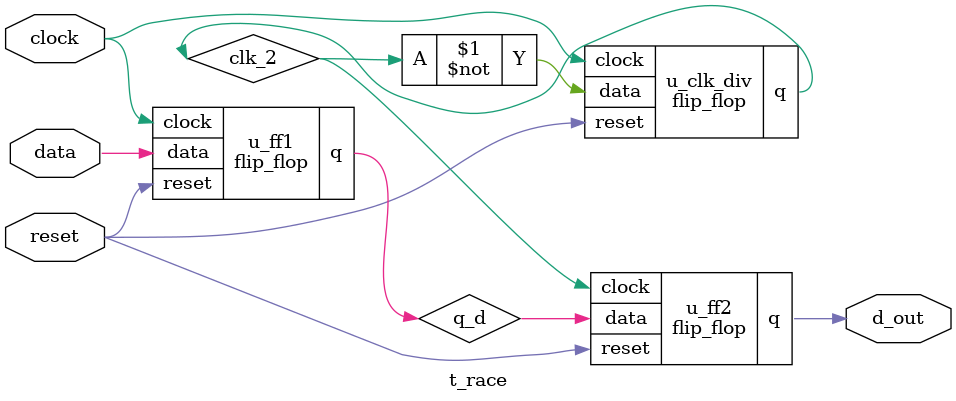
<source format=v>
module flip_flop(q, data, clock, reset);
	input data;
	input clock;
	input reset;
	output q;
	reg q;
	always @(posedge clock ,negedge reset) begin
		if(!reset)
			q <= 1'b0;
		else
			q <= data;
	end
endmodule

module t_race(clock, data, reset, d_out);
	input clock;
	input data;
	input reset;
	output d_out;
	wire clk_2;
	wire q_d;

	flip_flop u_clk_div(clk_2, ~clk_2, clock, reset);
	flip_flop u_ff1(q_d, data, clock, reset);
	flip_flop u_ff2(d_out, q_d, clk_2, reset);

	initial begin
		$dumpfile("test_top.vcd");
		$dumpvars();
	end
endmodule

</source>
